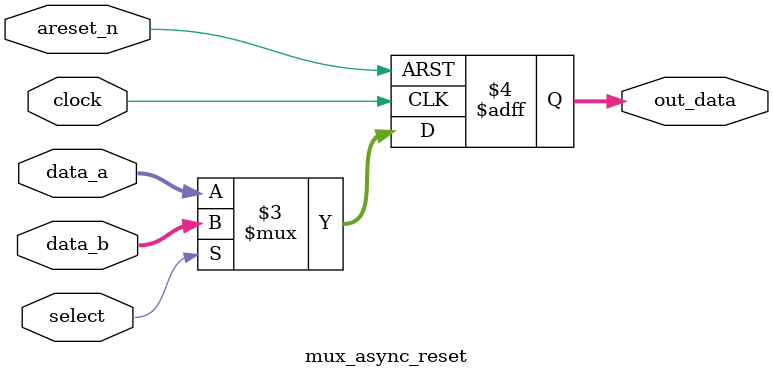
<source format=sv>
module mux_async_reset (
    input wire clock,             // Clock signal
    input wire areset_n,          // Active-low async reset
    input wire [3:0] data_a, data_b, // Data inputs
    input wire select,            // Selection control
    output reg [3:0] out_data     // Output register
);
    always @(posedge clock or negedge areset_n) begin
        if (!areset_n)
            out_data <= 4'b0;     // Reset value
        else
            out_data <= select ? data_b : data_a;
    end
endmodule
</source>
